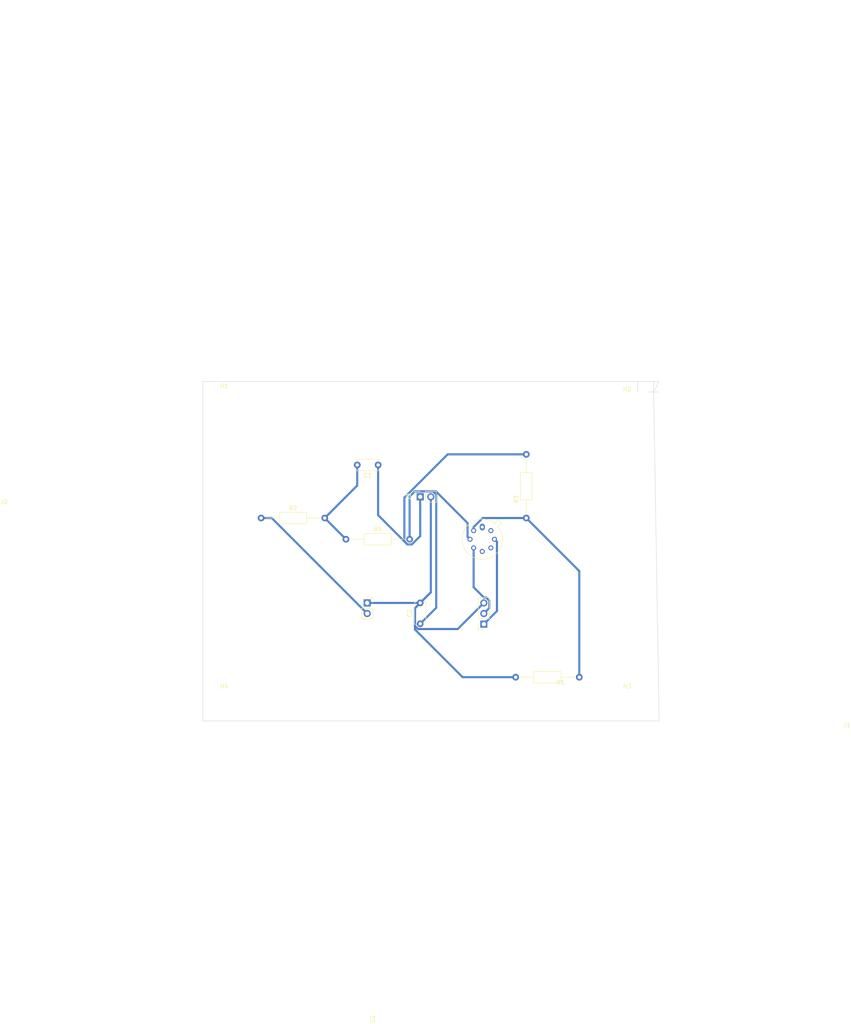
<source format=kicad_pcb>
(kicad_pcb (version 20221018) (generator pcbnew)
  (layers (0 "F.Cu" signal) (31 "B.Cu" signal) (34 "B.Paste" user) (35 "F.Paste" user) (36 "B.SilkS" user "B.Silkscreen") (37 "F.SilkS" user "F.Silkscreen") (38 "B.Mask" user) (39 "F.Mask" user) (44 "Edge.Cuts" user))
  (net 0 "")
  (net 1 "Net-(J3-Pin_1)")
  (net 2 "Net-(C1-Pad2)")
  (net 3 "Net-(U2-+)")
  (net 4 "GND")
  (net 5 "Net-(J1-Pin_2)")
  (net 6 "VCC")
  (net 7 "VEE")
  (net 8 "Net-(U2--)")
  (footprint "Connector_PinSocket_2.54mm:PinSocket_1x02_P2.54mm_Vertical" (layer "F.Cu") (at 110.46 96.209239 90)
    (fp_text reference "J3" (at 0 -2.77 90) (layer "F.SilkS"))
    (fp_text value "Conn_01x02_Socket")
    (fp_line (start -1.33 1.27) (end -1.33 3.87) (stroke (width 0.12)) (layer "F.SilkS"))
    (fp_line (start -1.33 1.27) (end 1.33 1.27) (stroke (width 0.12)) (layer "F.SilkS"))
    (fp_line (start -1.33 3.87) (end 1.33 3.87) (stroke (width 0.12)) (layer "F.SilkS"))
    (fp_line (start 0 -1.33) (end 1.33 -1.33) (stroke (width 0.12)) (layer "F.SilkS"))
    (fp_line (start 1.33 -1.33) (end 1.33 0) (stroke (width 0.12)) (layer "F.SilkS"))
    (fp_line (start 1.33 1.27) (end 1.33 3.87) (stroke (width 0.12)) (layer "F.SilkS"))
    (pad "1" thru_hole rect (at 0 0 90) (size 1.7 1.7) (drill 1) (layers "*.Cu" "*.Mask") (net 1 "Net-(J3-Pin_1)"))
    (pad "2" thru_hole oval (at 0 2.54 90) (size 1.7 1.7) (drill 1) (layers "*.Cu" "*.Mask") (net 4 "GND"))
  )
  (footprint "MountingHole:MountingHole_2.2mm_M2" (layer "F.Cu") (at 160.02 144.78)
    (fp_text reference "H3" (at 0 -3.2) (layer "F.SilkS"))
    (fp_text value "MountingHole")
    (pad "" np_thru_hole circle (at 0 0) (size 2.2 2.2) (drill 2.2) (layers "*.Cu" "*.Mask"))
  )
  (footprint "Connector_PinSocket_2.54mm:PinSocket_1x03_P2.54mm_Vertical" (layer "F.Cu") (at 125.7 126.689239 180)
    (fp_text reference "J2" (at 114.895 29.275) (layer "F.SilkS"))
    (fp_text value "Conn_01x03_Socket")
    (fp_line (start -1.33 1.27) (end -1.33 6.41) (stroke (width 0.12)) (layer "F.SilkS"))
    (fp_line (start -1.33 1.27) (end 1.33 1.27) (stroke (width 0.12)) (layer "F.SilkS"))
    (fp_line (start -1.33 6.41) (end 1.33 6.41) (stroke (width 0.12)) (layer "F.SilkS"))
    (fp_line (start 0 -1.33) (end 1.33 -1.33) (stroke (width 0.12)) (layer "F.SilkS"))
    (fp_line (start 1.33 -1.33) (end 1.33 0) (stroke (width 0.12)) (layer "F.SilkS"))
    (fp_line (start 1.33 1.27) (end 1.33 6.41) (stroke (width 0.12)) (layer "F.SilkS"))
    (pad "1" thru_hole rect (at 0 0 180) (size 1.7 1.7) (drill 1) (layers "*.Cu" "*.Mask") (net 6 "VCC"))
    (pad "2" thru_hole oval (at 0 2.54 180) (size 1.7 1.7) (drill 1) (layers "*.Cu" "*.Mask") (net 7 "VEE"))
    (pad "3" thru_hole oval (at 0 5.08 180) (size 1.7 1.7) (drill 1) (layers "*.Cu" "*.Mask") (net 4 "GND"))
  )
  (footprint "Capacitor_THT:C_Disc_D5.0mm_W2.5mm_P5.00mm" (layer "F.Cu") (at 100.38 88.589239 180)
    (fp_text reference "C1" (at 2.5 -2.5) (layer "F.SilkS"))
    (fp_text value "0.01uf")
    (fp_line (start -0.12 -1.37) (end -0.12 -1.055) (stroke (width 0.12)) (layer "F.SilkS"))
    (fp_line (start -0.12 -1.37) (end 5.12 -1.37) (stroke (width 0.12)) (layer "F.SilkS"))
    (fp_line (start -0.12 1.055) (end -0.12 1.37) (stroke (width 0.12)) (layer "F.SilkS"))
    (fp_line (start -0.12 1.37) (end 5.12 1.37) (stroke (width 0.12)) (layer "F.SilkS"))
    (fp_line (start 5.12 -1.37) (end 5.12 -1.055) (stroke (width 0.12)) (layer "F.SilkS"))
    (fp_line (start 5.12 1.055) (end 5.12 1.37) (stroke (width 0.12)) (layer "F.SilkS"))
    (pad "1" thru_hole circle (at 0 0 180) (size 1.6 1.6) (drill 0.8) (layers "*.Cu" "*.Mask") (net 1 "Net-(J3-Pin_1)"))
    (pad "2" thru_hole circle (at 5 0 180) (size 1.6 1.6) (drill 0.8) (layers "*.Cu" "*.Mask") (net 2 "Net-(C1-Pad2)"))
  )
  (footprint "MountingHole:MountingHole_2.2mm_M2" (layer "F.Cu") (at 63.5 144.78)
    (fp_text reference "H4" (at 0 -3.2) (layer "F.SilkS"))
    (fp_text value "MountingHole")
    (pad "" np_thru_hole circle (at 0 0) (size 2.2 2.2) (drill 2.2) (layers "*.Cu" "*.Mask"))
  )
  (footprint "Resistor_THT:R_Axial_DIN0207_L6.3mm_D2.5mm_P15.24mm_Horizontal" (layer "F.Cu") (at 135.86 101.289239 90)
    (fp_text reference "R3" (at 4.47 -2.37 90) (layer "F.SilkS"))
    (fp_text value "10k")
    (fp_line (start 1.04 0) (end 4.35 0) (stroke (width 0.12)) (layer "F.SilkS"))
    (fp_line (start 4.35 -1.37) (end 4.35 1.37) (stroke (width 0.12)) (layer "F.SilkS"))
    (fp_line (start 4.35 1.37) (end 10.89 1.37) (stroke (width 0.12)) (layer "F.SilkS"))
    (fp_line (start 10.89 -1.37) (end 4.35 -1.37) (stroke (width 0.12)) (layer "F.SilkS"))
    (fp_line (start 10.89 1.37) (end 10.89 -1.37) (stroke (width 0.12)) (layer "F.SilkS"))
    (fp_line (start 14.2 0) (end 10.89 0) (stroke (width 0.12)) (layer "F.SilkS"))
    (pad "1" thru_hole circle (at 0 0 90) (size 1.6 1.6) (drill 0.8) (layers "*.Cu" "*.Mask") (net 8 "Net-(U2--)"))
    (pad "2" thru_hole oval (at 15.24 0 90) (size 1.6 1.6) (drill 0.8) (layers "*.Cu" "*.Mask") (net 1 "Net-(J3-Pin_1)"))
  )
  (footprint "Package_TO_SOT_THT:TO-99-8" (layer "F.Cu") (at 125.32 103.449239 -90)
    (fp_text reference "U2" (at 117.815 26.225 90) (layer "F.SilkS"))
    (fp_text value "LM741")
    (fp_line (start -1.745856 -3.888039) (end -0.854902 -2.997084) (stroke (width 0.12)) (layer "F.SilkS"))
    (fp_line (start -0.968039 -4.665856) (end -1.745856 -3.888039) (stroke (width 0.12)) (layer "F.SilkS"))
    (fp_line (start -0.077084 -3.774902) (end -0.968039 -4.665856) (stroke (width 0.12)) (layer "F.SilkS"))
    (fp_arc (start -0.077084 -3.774902) (mid 6.328125 3.408384) (end -0.854674 -2.997371) (stroke (width 0.12)) (layer "F.SilkS"))
    (pad "1" thru_hole oval (at 0 0 270) (size 1.6 1.2) (drill 0.7) (layers "*.Cu" "*.Mask"))
    (pad "2" thru_hole oval (at 0.855248 2.064752 270) (size 1.2 1.2) (drill 0.7) (layers "*.Cu" "*.Mask") (net 8 "Net-(U2--)"))
    (pad "3" thru_hole oval (at 2.92 2.92 270) (size 1.2 1.2) (drill 0.7) (layers "*.Cu" "*.Mask") (net 3 "Net-(U2-+)"))
    (pad "4" thru_hole oval (at 4.984752 2.064752 270) (size 1.2 1.2) (drill 0.7) (layers "*.Cu" "*.Mask") (net 7 "VEE"))
    (pad "5" thru_hole oval (at 5.84 0 270) (size 1.2 1.2) (drill 0.7) (layers "*.Cu" "*.Mask"))
    (pad "6" thru_hole oval (at 4.984752 -2.064752 270) (size 1.2 1.2) (drill 0.7) (layers "*.Cu" "*.Mask"))
    (pad "7" thru_hole oval (at 2.92 -2.92 270) (size 1.2 1.2) (drill 0.7) (layers "*.Cu" "*.Mask") (net 6 "VCC"))
    (pad "8" thru_hole oval (at 0.855248 -2.064752 270) (size 1.2 1.2) (drill 0.7) (layers "*.Cu" "*.Mask"))
  )
  (footprint "Resistor_THT:R_Axial_DIN0207_L6.3mm_D2.5mm_P15.24mm_Horizontal" (layer "F.Cu") (at 72.36 101.289239)
    (fp_text reference "R2" (at 7.62 -2.37) (layer "F.SilkS"))
    (fp_text value "10k")
    (fp_line (start 1.04 0) (end 4.35 0) (stroke (width 0.12)) (layer "F.SilkS"))
    (fp_line (start 4.35 -1.37) (end 4.35 1.37) (stroke (width 0.12)) (layer "F.SilkS"))
    (fp_line (start 4.35 1.37) (end 10.89 1.37) (stroke (width 0.12)) (layer "F.SilkS"))
    (fp_line (start 10.89 -1.37) (end 4.35 -1.37) (stroke (width 0.12)) (layer "F.SilkS"))
    (fp_line (start 10.89 1.37) (end 10.89 -1.37) (stroke (width 0.12)) (layer "F.SilkS"))
    (fp_line (start 14.2 0) (end 10.89 0) (stroke (width 0.12)) (layer "F.SilkS"))
    (pad "1" thru_hole circle (at 0 0) (size 1.6 1.6) (drill 0.8) (layers "*.Cu" "*.Mask") (net 5 "Net-(J1-Pin_2)"))
    (pad "2" thru_hole oval (at 15.24 0) (size 1.6 1.6) (drill 0.8) (layers "*.Cu" "*.Mask") (net 2 "Net-(C1-Pad2)"))
  )
  (footprint "MountingHole:MountingHole_2.2mm_M2" (layer "F.Cu") (at 160.02 73.66)
    (fp_text reference "H2" (at 0 -3.2) (layer "F.SilkS"))
    (fp_text value "MountingHole")
    (pad "" np_thru_hole circle (at 0 0) (size 2.2 2.2) (drill 2.2) (layers "*.Cu" "*.Mask"))
  )
  (footprint "Capacitor_THT:C_Disc_D5.0mm_W2.5mm_P5.00mm" (layer "F.Cu") (at 110.46 126.609239 90)
    (fp_text reference "C2" (at 2.5 -2.5 90) (layer "F.SilkS"))
    (fp_text value "0.01uf")
    (fp_line (start -0.12 -1.37) (end -0.12 -1.055) (stroke (width 0.12)) (layer "F.SilkS"))
    (fp_line (start -0.12 -1.37) (end 5.12 -1.37) (stroke (width 0.12)) (layer "F.SilkS"))
    (fp_line (start -0.12 1.055) (end -0.12 1.37) (stroke (width 0.12)) (layer "F.SilkS"))
    (fp_line (start -0.12 1.37) (end 5.12 1.37) (stroke (width 0.12)) (layer "F.SilkS"))
    (fp_line (start 5.12 -1.37) (end 5.12 -1.055) (stroke (width 0.12)) (layer "F.SilkS"))
    (fp_line (start 5.12 1.055) (end 5.12 1.37) (stroke (width 0.12)) (layer "F.SilkS"))
    (pad "1" thru_hole circle (at 0 0 90) (size 1.6 1.6) (drill 0.8) (layers "*.Cu" "*.Mask") (net 3 "Net-(U2-+)"))
    (pad "2" thru_hole circle (at 5 0 90) (size 1.6 1.6) (drill 0.8) (layers "*.Cu" "*.Mask") (net 4 "GND"))
  )
  (footprint "Resistor_THT:R_Axial_DIN0207_L6.3mm_D2.5mm_P15.24mm_Horizontal" (layer "F.Cu") (at 92.68 106.369239)
    (fp_text reference "R4" (at 7.62 -2.37) (layer "F.SilkS"))
    (fp_text value "10k")
    (fp_line (start 1.04 0) (end 4.35 0) (stroke (width 0.12)) (layer "F.SilkS"))
    (fp_line (start 4.35 -1.37) (end 4.35 1.37) (stroke (width 0.12)) (layer "F.SilkS"))
    (fp_line (start 4.35 1.37) (end 10.89 1.37) (stroke (width 0.12)) (layer "F.SilkS"))
    (fp_line (start 10.89 -1.37) (end 4.35 -1.37) (stroke (width 0.12)) (layer "F.SilkS"))
    (fp_line (start 10.89 1.37) (end 10.89 -1.37) (stroke (width 0.12)) (layer "F.SilkS"))
    (fp_line (start 14.2 0) (end 10.89 0) (stroke (width 0.12)) (layer "F.SilkS"))
    (pad "1" thru_hole circle (at 0 0) (size 1.6 1.6) (drill 0.8) (layers "*.Cu" "*.Mask") (net 2 "Net-(C1-Pad2)"))
    (pad "2" thru_hole oval (at 15.24 0) (size 1.6 1.6) (drill 0.8) (layers "*.Cu" "*.Mask") (net 3 "Net-(U2-+)"))
  )
  (footprint "Connector_PinSocket_2.54mm:PinSocket_1x02_P2.54mm_Vertical" (layer "F.Cu") (at 97.76 121.609239)
    (fp_text reference "J1" (at 114.895 29.275) (layer "F.SilkS"))
    (fp_text value "Conn_01x02_Socket")
    (fp_line (start -1.33 1.27) (end -1.33 3.87) (stroke (width 0.12)) (layer "F.SilkS"))
    (fp_line (start -1.33 1.27) (end 1.33 1.27) (stroke (width 0.12)) (layer "F.SilkS"))
    (fp_line (start -1.33 3.87) (end 1.33 3.87) (stroke (width 0.12)) (layer "F.SilkS"))
    (fp_line (start 0 -1.33) (end 1.33 -1.33) (stroke (width 0.12)) (layer "F.SilkS"))
    (fp_line (start 1.33 -1.33) (end 1.33 0) (stroke (width 0.12)) (layer "F.SilkS"))
    (fp_line (start 1.33 1.27) (end 1.33 3.87) (stroke (width 0.12)) (layer "F.SilkS"))
    (pad "1" thru_hole rect (at 0 0) (size 1.7 1.7) (drill 1) (layers "*.Cu" "*.Mask") (net 4 "GND"))
    (pad "2" thru_hole oval (at 0 2.54) (size 1.7 1.7) (drill 1) (layers "*.Cu" "*.Mask") (net 5 "Net-(J1-Pin_2)"))
  )
  (footprint "MountingHole:MountingHole_2.2mm_M2" (layer "F.Cu") (at 63.5 73.66)
    (fp_text reference "H1" (at 0 -4) (layer "F.SilkS"))
    (fp_text value "MountingHole")
    (pad "" np_thru_hole circle (at 0 0) (size 2.2 2.2) (drill 2.2) (layers "*.Cu" "*.Mask"))
  )
  (footprint "Resistor_THT:R_Axial_DIN0207_L6.3mm_D2.5mm_P15.24mm_Horizontal" (layer "F.Cu") (at 148.56 139.389239 180)
    (fp_text reference "R1" (at 4.47 -1.25) (layer "F.SilkS"))
    (fp_text value "10k")
    (fp_line (start 1.04 0) (end 4.35 0) (stroke (width 0.12)) (layer "F.SilkS"))
    (fp_line (start 4.35 -1.37) (end 4.35 1.37) (stroke (width 0.12)) (layer "F.SilkS"))
    (fp_line (start 4.35 1.37) (end 10.89 1.37) (stroke (width 0.12)) (layer "F.SilkS"))
    (fp_line (start 10.89 -1.37) (end 4.35 -1.37) (stroke (width 0.12)) (layer "F.SilkS"))
    (fp_line (start 10.89 1.37) (end 10.89 -1.37) (stroke (width 0.12)) (layer "F.SilkS"))
    (fp_line (start 14.2 0) (end 10.89 0) (stroke (width 0.12)) (layer "F.SilkS"))
    (pad "1" thru_hole circle (at 0 0 180) (size 1.6 1.6) (drill 0.8) (layers "*.Cu" "*.Mask") (net 8 "Net-(U2--)"))
    (pad "2" thru_hole oval (at 15.24 0 180) (size 1.6 1.6) (drill 0.8) (layers "*.Cu" "*.Mask") (net 4 "GND"))
  )
  (gr_line (start 165.1 71.12) (end 167.64 71.12) (stroke (width 0.1)) (layer "Edge.Cuts"))
  (gr_line (start 58.42 68.58) (end 165.1 68.58) (stroke (width 0.1)) (layer "Edge.Cuts"))
  (gr_line (start 166.37 71.12) (end 166.37 68.58) (stroke (width 0.1)) (layer "Edge.Cuts"))
  (gr_line (start 162.56 68.58) (end 162.56 71.12) (stroke (width 0.1)) (layer "Edge.Cuts"))
  (gr_line (start 58.42 149.86) (end 58.42 73.66) (stroke (width 0.1)) (layer "Edge.Cuts"))
  (gr_line (start 166.37 71.12) (end 167.64 147.32) (stroke (width 0.1)) (layer "Edge.Cuts"))
  (gr_line (start 167.64 68.58) (end 166.37 71.12) (stroke (width 0.1)) (layer "Edge.Cuts"))
  (gr_line (start 58.42 73.66) (end 58.42 68.58) (stroke (width 0.1)) (layer "Edge.Cuts"))
  (gr_line (start 167.64 149.86) (end 58.42 149.86) (stroke (width 0.1)) (layer "Edge.Cuts"))
  (gr_line (start 167.64 147.32) (end 167.64 149.86) (stroke (width 0.1)) (layer "Edge.Cuts"))
  (gr_line (start 165.1 68.58) (end 167.64 68.58) (stroke (width 0.1)) (layer "Edge.Cuts"))
  (segment (start 108.437767 107.619239) (end 110.46 105.597006) (width 0.5) (layer "B.Cu") (net 1))
  (segment (start 107.402233 107.619239) (end 108.437767 107.619239) (width 0.5) (layer "B.Cu") (net 1))
  (segment (start 106.67 106.887006) (end 106.67 96.40929) (width 0.5) (layer "B.Cu") (net 1))
  (segment (start 117.030051 86.049239) (end 135.86 86.049239) (width 0.5) (layer "B.Cu") (net 1))
  (segment (start 100.38 100.597006) (end 107.402233 107.619239) (width 0.5) (layer "B.Cu") (net 1))
  (segment (start 107.402233 107.619239) (end 106.67 106.887006) (width 0.5) (layer "B.Cu") (net 1))
  (segment (start 100.38 88.589239) (end 100.38 100.597006) (width 0.5) (layer "B.Cu") (net 1))
  (segment (start 110.46 105.597006) (end 110.46 96.209239) (width 0.5) (layer "B.Cu") (net 1))
  (segment (start 106.67 96.40929) (end 117.030051 86.049239) (width 0.5) (layer "B.Cu") (net 1))
  (segment (start 95.38 88.589239) (end 95.38 93.509239) (width 0.5) (layer "B.Cu") (net 2))
  (segment (start 92.68 106.369239) (end 87.6 101.289239) (width 0.5) (layer "B.Cu") (net 2))
  (segment (start 95.38 93.509239) (end 87.6 101.289239) (width 0.5) (layer "B.Cu") (net 2))
  (segment (start 121.8 102.469239) (end 114.24 94.909239) (width 0.5) (layer "B.Cu") (net 3))
  (segment (start 114.24 94.909239) (end 109.16 94.909239) (width 0.5) (layer "B.Cu") (net 3))
  (segment (start 114.3 95.670761) (end 114.3 122.769239) (width 0.5) (layer "B.Cu") (net 3))
  (segment (start 107.92 106.369239) (end 107.92 96.149239) (width 0.5) (layer "B.Cu") (net 3))
  (segment (start 113.538478 94.909239) (end 114.3 95.670761) (width 0.5) (layer "B.Cu") (net 3))
  (segment (start 109.16 94.909239) (end 113.538478 94.909239) (width 0.5) (layer "B.Cu") (net 3))
  (segment (start 121.8 105.769239) (end 121.8 102.469239) (width 0.5) (layer "B.Cu") (net 3))
  (segment (start 107.92 96.149239) (end 109.16 94.909239) (width 0.5) (layer "B.Cu") (net 3))
  (segment (start 122.4 106.369239) (end 121.8 105.769239) (width 0.5) (layer "B.Cu") (net 3))
  (segment (start 114.3 122.769239) (end 110.46 126.609239) (width 0.5) (layer "B.Cu") (net 3))
  (segment (start 113 119.069239) (end 110.46 121.609239) (width 0.5) (layer "B.Cu") (net 4))
  (segment (start 97.76 121.609239) (end 110.46 121.609239) (width 0.5) (layer "B.Cu") (net 4))
  (segment (start 113 119.069239) (end 109.21 122.859239) (width 0.5) (layer "B.Cu") (net 4))
  (segment (start 109.21 127.127006) (end 109.942233 127.859239) (width 0.5) (layer "B.Cu") (net 4))
  (segment (start 109.942233 127.859239) (end 119.45 127.859239) (width 0.5) (layer "B.Cu") (net 4))
  (segment (start 109.21 122.859239) (end 109.21 127.979239) (width 0.5) (layer "B.Cu") (net 4))
  (segment (start 119.45 127.859239) (end 125.7 121.609239) (width 0.5) (layer "B.Cu") (net 4))
  (segment (start 120.62 139.389239) (end 133.32 139.389239) (width 0.5) (layer "B.Cu") (net 4))
  (segment (start 109.21 122.859239) (end 109.21 127.127006) (width 0.5) (layer "B.Cu") (net 4))
  (segment (start 109.21 127.979239) (end 120.62 139.389239) (width 0.5) (layer "B.Cu") (net 4))
  (segment (start 113 96.209239) (end 113 119.069239) (width 0.5) (layer "B.Cu") (net 4))
  (segment (start 110.46 121.609239) (end 109.21 122.859239) (width 0.5) (layer "B.Cu") (net 4))
  (segment (start 74.9 101.289239) (end 97.76 124.149239) (width 0.5) (layer "B.Cu") (net 5))
  (segment (start 72.36 101.289239) (end 74.9 101.289239) (width 0.5) (layer "B.Cu") (net 5))
  (segment (start 128.84 123.549239) (end 125.7 126.689239) (width 0.5) (layer "B.Cu") (net 6))
  (segment (start 128.84 106.969239) (end 128.84 123.549239) (width 0.5) (layer "B.Cu") (net 6))
  (segment (start 128.24 106.369239) (end 128.84 106.969239) (width 0.5) (layer "B.Cu") (net 6))
  (segment (start 123.255248 108.433991) (end 123.255248 117.864487) (width 0.5) (layer "B.Cu") (net 7))
  (segment (start 126.238478 120.309239) (end 127 121.070761) (width 0.5) (layer "B.Cu") (net 7))
  (segment (start 127 122.849239) (end 125.7 124.149239) (width 0.5) (layer "B.Cu") (net 7))
  (segment (start 127 121.070761) (end 127 122.849239) (width 0.5) (layer "B.Cu") (net 7))
  (segment (start 123.255248 117.864487) (end 125.7 120.309239) (width 0.5) (layer "B.Cu") (net 7))
  (segment (start 125.7 120.309239) (end 126.238478 120.309239) (width 0.5) (layer "B.Cu") (net 7))
  (segment (start 123.255248 104.304487) (end 123.255248 103.455959) (width 0.5) (layer "B.Cu") (net 8))
  (segment (start 148.56 113.989239) (end 135.86 101.289239) (width 0.5) (layer "B.Cu") (net 8))
  (segment (start 123.255248 103.455959) (end 125.421968 101.289239) (width 0.5) (layer "B.Cu") (net 8))
  (segment (start 148.56 139.389239) (end 148.56 113.989239) (width 0.5) (layer "B.Cu") (net 8))
  (segment (start 125.421968 101.289239) (end 135.86 101.289239) (width 0.5) (layer "B.Cu") (net 8))
)
</source>
